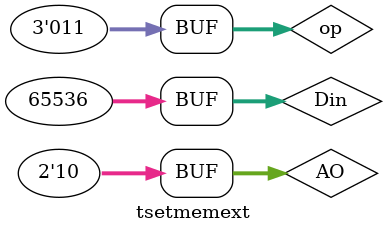
<source format=v>
`timescale 1ns / 1ps


module tsetmemext;

	// Inputs
	reg [1:0] AO;
	reg [31:0] Din;
	reg [2:0] op;

	// Outputs
	wire [31:0] Dout;

	// Instantiate the Unit Under Test (UUT)
	MEM_EXT uut (
		.AO(AO), 
		.Din(Din), 
		.op(op), 
		.Dout(Dout)
	);

	initial begin
		// Initialize Inputs
		AO = 2'b10;
		Din = 32'h00010000;
		op = 3;

		// Wait 100 ns for global reset to finish
		#100;
        
		// Add stimulus here

	end
      
endmodule


</source>
